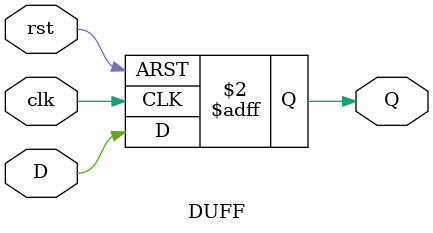
<source format=v>
`timescale 1ns / 1ps
module DUFF(input clk, input rst, input D, output reg Q);
 always @ (posedge clk or posedge rst)
 if (rst)
 Q <= 1'b0;
 else begin
 Q <= D;
 end
endmodule

</source>
